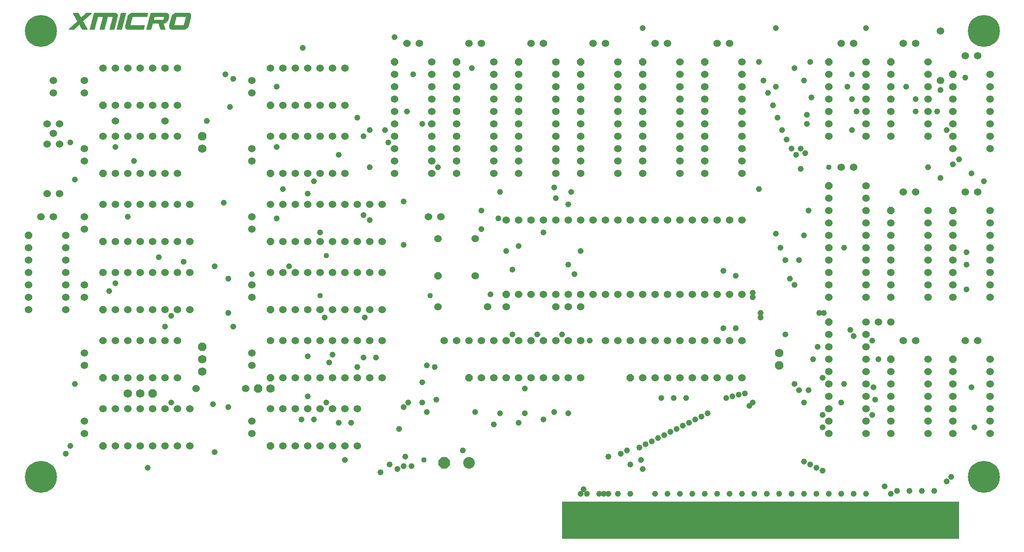
<source format=gts>
G75*
G70*
%OFA0B0*%
%FSLAX24Y24*%
%IPPOS*%
%LPD*%
%AMOC8*
5,1,8,0,0,1.08239X$1,22.5*
%
%ADD10C,0.0060*%
%ADD11OC8,0.0600*%
%ADD12C,0.0600*%
%ADD13R,3.2000X0.3000*%
%ADD14OC8,0.0680*%
%ADD15C,0.0680*%
%ADD16OC8,0.0940*%
%ADD17C,0.0940*%
%ADD18C,0.2580*%
%ADD19C,0.0476*%
%ADD20C,0.0437*%
D10*
X004461Y041254D02*
X005156Y041884D01*
X004788Y042535D01*
X005196Y042535D01*
X005418Y042129D01*
X005859Y042535D01*
X006247Y042535D01*
X005548Y041894D01*
X005920Y041254D01*
X005508Y041254D01*
X005286Y041660D01*
X004849Y041254D01*
X004461Y041254D01*
X004513Y041301D02*
X004899Y041301D01*
X004962Y041359D02*
X004577Y041359D01*
X004642Y041418D02*
X005025Y041418D01*
X005088Y041476D02*
X004706Y041476D01*
X004771Y041535D02*
X005151Y041535D01*
X005214Y041593D02*
X004835Y041593D01*
X004900Y041652D02*
X005277Y041652D01*
X005290Y041652D02*
X005689Y041652D01*
X005655Y041710D02*
X004964Y041710D01*
X005029Y041769D02*
X005621Y041769D01*
X005587Y041827D02*
X005093Y041827D01*
X005155Y041886D02*
X005553Y041886D01*
X005602Y041944D02*
X005122Y041944D01*
X005089Y042003D02*
X005666Y042003D01*
X005730Y042061D02*
X005056Y042061D01*
X005023Y042120D02*
X005794Y042120D01*
X005858Y042178D02*
X005472Y042178D01*
X005391Y042178D02*
X004990Y042178D01*
X004957Y042237D02*
X005359Y042237D01*
X005327Y042295D02*
X004924Y042295D01*
X004890Y042354D02*
X005295Y042354D01*
X005263Y042412D02*
X004857Y042412D01*
X004824Y042471D02*
X005231Y042471D01*
X005199Y042529D02*
X004791Y042529D01*
X005535Y042237D02*
X005922Y042237D01*
X005985Y042295D02*
X005599Y042295D01*
X005662Y042354D02*
X006049Y042354D01*
X006113Y042412D02*
X005726Y042412D01*
X005789Y042471D02*
X006177Y042471D01*
X006241Y042529D02*
X005853Y042529D01*
X006435Y042354D02*
X008350Y042354D01*
X008350Y042370D02*
X008350Y042296D01*
X008339Y042222D01*
X008087Y041254D01*
X007742Y041254D01*
X008007Y042264D01*
X007557Y042264D01*
X007296Y041254D01*
X006946Y041254D01*
X007211Y042264D01*
X006761Y042264D01*
X006500Y041254D01*
X006151Y041254D01*
X006482Y042535D01*
X008168Y042535D01*
X008204Y042534D01*
X008239Y042525D01*
X008272Y042508D01*
X008300Y042485D01*
X008325Y042451D01*
X008342Y042412D01*
X008350Y042370D01*
X008342Y042412D02*
X006450Y042412D01*
X006465Y042471D02*
X008310Y042471D01*
X008221Y042529D02*
X006480Y042529D01*
X006420Y042295D02*
X008350Y042295D01*
X008341Y042237D02*
X008000Y042237D01*
X007985Y042178D02*
X008327Y042178D01*
X008312Y042120D02*
X007969Y042120D01*
X007954Y042061D02*
X008297Y042061D01*
X008282Y042003D02*
X007938Y042003D01*
X007923Y041944D02*
X008267Y041944D01*
X008251Y041886D02*
X007908Y041886D01*
X007892Y041827D02*
X008236Y041827D01*
X008221Y041769D02*
X007877Y041769D01*
X007862Y041710D02*
X008206Y041710D01*
X008191Y041652D02*
X007846Y041652D01*
X007831Y041593D02*
X008176Y041593D01*
X008160Y041535D02*
X007816Y041535D01*
X007800Y041476D02*
X008145Y041476D01*
X008130Y041418D02*
X007785Y041418D01*
X007770Y041359D02*
X008115Y041359D01*
X008100Y041301D02*
X007754Y041301D01*
X007338Y041418D02*
X006989Y041418D01*
X007005Y041476D02*
X007353Y041476D01*
X007368Y041535D02*
X007020Y041535D01*
X007035Y041593D02*
X007384Y041593D01*
X007399Y041652D02*
X007051Y041652D01*
X007066Y041710D02*
X007414Y041710D01*
X007429Y041769D02*
X007081Y041769D01*
X007097Y041827D02*
X007444Y041827D01*
X007459Y041886D02*
X007112Y041886D01*
X007128Y041944D02*
X007474Y041944D01*
X007490Y042003D02*
X007143Y042003D01*
X007158Y042061D02*
X007505Y042061D01*
X007520Y042120D02*
X007174Y042120D01*
X007189Y042178D02*
X007535Y042178D01*
X007550Y042237D02*
X007204Y042237D01*
X006754Y042237D02*
X006405Y042237D01*
X006389Y042178D02*
X006739Y042178D01*
X006724Y042120D02*
X006374Y042120D01*
X006359Y042061D02*
X006709Y042061D01*
X006694Y042003D02*
X006344Y042003D01*
X006329Y041944D02*
X006679Y041944D01*
X006664Y041886D02*
X006314Y041886D01*
X006299Y041827D02*
X006649Y041827D01*
X006633Y041769D02*
X006284Y041769D01*
X006269Y041710D02*
X006618Y041710D01*
X006603Y041652D02*
X006253Y041652D01*
X006238Y041593D02*
X006588Y041593D01*
X006573Y041535D02*
X006223Y041535D01*
X006208Y041476D02*
X006558Y041476D01*
X006543Y041418D02*
X006193Y041418D01*
X006178Y041359D02*
X006527Y041359D01*
X006512Y041301D02*
X006163Y041301D01*
X005893Y041301D02*
X005482Y041301D01*
X005450Y041359D02*
X005859Y041359D01*
X005825Y041418D02*
X005418Y041418D01*
X005386Y041476D02*
X005791Y041476D01*
X005757Y041535D02*
X005354Y041535D01*
X005322Y041593D02*
X005723Y041593D01*
X006959Y041301D02*
X007308Y041301D01*
X007323Y041359D02*
X006974Y041359D01*
X008339Y041254D02*
X008670Y042535D01*
X009015Y042535D01*
X008684Y041254D01*
X008339Y041254D01*
X008351Y041301D02*
X008696Y041301D01*
X008711Y041359D02*
X008366Y041359D01*
X008381Y041418D02*
X008726Y041418D01*
X008742Y041476D02*
X008396Y041476D01*
X008411Y041535D02*
X008757Y041535D01*
X008772Y041593D02*
X008426Y041593D01*
X008441Y041652D02*
X008787Y041652D01*
X008802Y041710D02*
X008456Y041710D01*
X008472Y041769D02*
X008817Y041769D01*
X008832Y041827D02*
X008487Y041827D01*
X008502Y041886D02*
X008847Y041886D01*
X008862Y041944D02*
X008517Y041944D01*
X008532Y042003D02*
X008878Y042003D01*
X008893Y042061D02*
X008547Y042061D01*
X008562Y042120D02*
X008908Y042120D01*
X008923Y042178D02*
X008577Y042178D01*
X008592Y042237D02*
X008938Y042237D01*
X008953Y042295D02*
X008608Y042295D01*
X008623Y042354D02*
X008968Y042354D01*
X008983Y042412D02*
X008638Y042412D01*
X008653Y042471D02*
X008998Y042471D01*
X009014Y042529D02*
X008668Y042529D01*
X009203Y042273D02*
X009235Y042335D01*
X009276Y042393D01*
X009325Y042444D01*
X009369Y042482D01*
X009419Y042511D01*
X009474Y042531D01*
X009502Y042535D01*
X009529Y042535D01*
X010790Y042535D01*
X010724Y042264D01*
X009546Y042264D01*
X009357Y041525D01*
X010528Y041525D01*
X010463Y041254D01*
X009168Y041254D01*
X009139Y041256D01*
X009111Y041265D01*
X009086Y041279D01*
X009063Y041298D01*
X009036Y041335D01*
X009017Y041377D01*
X009007Y041422D01*
X009005Y041474D01*
X009011Y041525D01*
X009023Y041586D01*
X009180Y042206D01*
X009203Y042273D01*
X009215Y042295D02*
X010731Y042295D01*
X010746Y042354D02*
X009248Y042354D01*
X009295Y042412D02*
X010760Y042412D01*
X010774Y042471D02*
X009356Y042471D01*
X009468Y042529D02*
X010788Y042529D01*
X011028Y042471D02*
X011110Y042471D01*
X012438Y042471D01*
X012428Y042482D02*
X012453Y042454D01*
X012474Y042423D01*
X012488Y042389D01*
X012496Y042353D01*
X012495Y042288D01*
X012484Y042224D01*
X012441Y042063D01*
X012429Y042024D01*
X012410Y041988D01*
X012354Y041905D01*
X012286Y041831D01*
X012228Y041786D01*
X012163Y041753D01*
X012095Y041737D01*
X012026Y041729D01*
X012198Y041254D01*
X011852Y041254D01*
X011680Y041733D01*
X011180Y041733D01*
X011055Y041254D01*
X010710Y041254D01*
X011045Y042535D01*
X012288Y042535D01*
X012326Y042532D01*
X012363Y042522D01*
X012397Y042505D01*
X012428Y042482D01*
X012478Y042412D02*
X011170Y042412D01*
X011012Y042412D01*
X010997Y042354D02*
X011229Y042354D01*
X012496Y042354D01*
X012496Y042295D02*
X011288Y042295D01*
X010982Y042295D01*
X010967Y042237D02*
X011314Y042237D01*
X011320Y042264D02*
X011045Y042535D01*
X011320Y042264D01*
X012150Y042264D01*
X012082Y041985D01*
X011252Y041985D01*
X011320Y042264D01*
X011299Y042178D02*
X010951Y042178D01*
X010936Y042120D02*
X011285Y042120D01*
X011271Y042061D02*
X010921Y042061D01*
X010905Y042003D02*
X011256Y042003D01*
X011174Y041710D02*
X010829Y041710D01*
X010814Y041652D02*
X011159Y041652D01*
X011144Y041593D02*
X010798Y041593D01*
X010783Y041535D02*
X011128Y041535D01*
X011113Y041476D02*
X010768Y041476D01*
X010753Y041418D02*
X011098Y041418D01*
X011083Y041359D02*
X010737Y041359D01*
X010722Y041301D02*
X011068Y041301D01*
X010844Y041769D02*
X012194Y041769D01*
X012281Y041827D02*
X010860Y041827D01*
X010875Y041886D02*
X012337Y041886D01*
X012381Y041944D02*
X010890Y041944D01*
X010516Y041476D02*
X009005Y041476D01*
X009008Y041418D02*
X010502Y041418D01*
X010488Y041359D02*
X009025Y041359D01*
X009062Y041301D02*
X010474Y041301D01*
X011689Y041710D02*
X012033Y041710D01*
X012054Y041652D02*
X011709Y041652D01*
X011730Y041593D02*
X012075Y041593D01*
X012096Y041535D02*
X011751Y041535D01*
X011772Y041476D02*
X012117Y041476D01*
X012138Y041418D02*
X011793Y041418D01*
X011814Y041359D02*
X012159Y041359D01*
X012180Y041301D02*
X011835Y041301D01*
X012562Y041400D02*
X012576Y041358D01*
X012586Y041332D01*
X012603Y041309D01*
X012623Y041289D01*
X012647Y041273D01*
X012673Y041261D01*
X012701Y041256D01*
X012729Y041254D01*
X013743Y041254D01*
X013784Y041255D01*
X013824Y041263D01*
X013863Y041280D01*
X013898Y041302D01*
X013947Y041341D01*
X013990Y041386D01*
X014033Y041442D01*
X014067Y041504D01*
X014091Y041571D01*
X014263Y042230D01*
X014271Y042284D01*
X014271Y042339D01*
X014266Y042384D01*
X014253Y042428D01*
X014235Y042462D01*
X014210Y042492D01*
X014178Y042514D01*
X014142Y042529D01*
X014104Y042535D01*
X013115Y042535D01*
X013095Y042264D01*
X013115Y042535D01*
X013072Y042535D01*
X013018Y042527D01*
X012966Y042509D01*
X012919Y042481D01*
X012857Y042423D01*
X012806Y042356D01*
X012765Y042284D01*
X012735Y042206D01*
X012568Y041577D01*
X012560Y041538D01*
X012556Y041444D01*
X012562Y041400D01*
X012560Y041418D02*
X014014Y041418D01*
X014051Y041476D02*
X012557Y041476D01*
X012560Y041535D02*
X012902Y041535D01*
X012900Y041525D02*
X013732Y041525D01*
X013927Y042264D01*
X013095Y042264D01*
X012900Y041525D01*
X012918Y041593D02*
X012572Y041593D01*
X012588Y041652D02*
X012933Y041652D01*
X012949Y041710D02*
X012603Y041710D01*
X012619Y041769D02*
X012964Y041769D01*
X012979Y041827D02*
X012635Y041827D01*
X012650Y041886D02*
X012995Y041886D01*
X013010Y041944D02*
X012666Y041944D01*
X012681Y042003D02*
X013026Y042003D01*
X013041Y042061D02*
X012697Y042061D01*
X012712Y042120D02*
X013057Y042120D01*
X013072Y042178D02*
X012728Y042178D01*
X012747Y042237D02*
X013088Y042237D01*
X013097Y042295D02*
X014271Y042295D01*
X014269Y042354D02*
X013102Y042354D01*
X012804Y042354D01*
X012771Y042295D02*
X013097Y042295D01*
X013106Y042412D02*
X014258Y042412D01*
X014228Y042471D02*
X013110Y042471D01*
X012908Y042471D01*
X012849Y042412D02*
X013106Y042412D01*
X013115Y042529D02*
X014141Y042529D01*
X014264Y042237D02*
X013920Y042237D01*
X013905Y042178D02*
X014249Y042178D01*
X014234Y042120D02*
X013889Y042120D01*
X013874Y042061D02*
X014219Y042061D01*
X014204Y042003D02*
X013858Y042003D01*
X013843Y041944D02*
X014188Y041944D01*
X014173Y041886D02*
X013827Y041886D01*
X013812Y041827D02*
X014158Y041827D01*
X014143Y041769D02*
X013796Y041769D01*
X013781Y041710D02*
X014128Y041710D01*
X014112Y041652D02*
X013765Y041652D01*
X013750Y041593D02*
X014097Y041593D01*
X014078Y041535D02*
X013734Y041535D01*
X013896Y041301D02*
X012611Y041301D01*
X012575Y041359D02*
X013964Y041359D01*
X012418Y042003D02*
X012086Y042003D01*
X012101Y042061D02*
X012441Y042061D01*
X012457Y042120D02*
X012115Y042120D01*
X012129Y042178D02*
X012472Y042178D01*
X012487Y042237D02*
X012144Y042237D01*
X012338Y042529D02*
X011051Y042529D01*
X011043Y042529D01*
X009539Y042237D02*
X009191Y042237D01*
X009173Y042178D02*
X009524Y042178D01*
X009509Y042120D02*
X009158Y042120D01*
X009144Y042061D02*
X009494Y042061D01*
X009479Y042003D02*
X009129Y042003D01*
X009114Y041944D02*
X009464Y041944D01*
X009449Y041886D02*
X009099Y041886D01*
X009084Y041827D02*
X009434Y041827D01*
X009419Y041769D02*
X009069Y041769D01*
X009054Y041710D02*
X009404Y041710D01*
X009389Y041652D02*
X009039Y041652D01*
X009024Y041593D02*
X009374Y041593D01*
X009359Y041535D02*
X009013Y041535D01*
X013033Y042529D02*
X013115Y042529D01*
D11*
X007180Y035100D03*
X007180Y029600D03*
X001180Y024600D03*
X007180Y024100D03*
X007180Y018600D03*
X007180Y013100D03*
X007180Y007600D03*
X020680Y007600D03*
X020680Y013100D03*
X020680Y018600D03*
X020680Y024100D03*
X020680Y029600D03*
X020680Y035100D03*
X030680Y038600D03*
X035680Y038600D03*
X040680Y038600D03*
X045680Y038600D03*
X050680Y038600D03*
X055680Y038600D03*
X065680Y038600D03*
X070680Y038600D03*
X075680Y037600D03*
X065680Y028600D03*
X070680Y026600D03*
X075680Y026600D03*
X065680Y017600D03*
X070680Y014600D03*
X075680Y014600D03*
X049680Y013100D03*
X039680Y019850D03*
X034180Y021350D03*
X036680Y013100D03*
D12*
X037680Y013100D03*
X038680Y013100D03*
X039680Y013100D03*
X040680Y013100D03*
X041680Y013100D03*
X042680Y013100D03*
X043680Y013100D03*
X044680Y013100D03*
X045680Y013100D03*
X045680Y016100D03*
X044680Y016100D03*
X043680Y016100D03*
X042680Y016100D03*
X041680Y016100D03*
X040680Y016100D03*
X039680Y016100D03*
X038680Y016100D03*
X037680Y016100D03*
X036680Y016100D03*
X035680Y016100D03*
X034680Y016100D03*
X034180Y018850D03*
X038180Y018850D03*
X039680Y018850D03*
X040680Y019850D03*
X041680Y019850D03*
X042680Y019850D03*
X043680Y019850D03*
X044680Y019850D03*
X045680Y019850D03*
X045680Y018850D03*
X044680Y018850D03*
X043680Y018850D03*
X046680Y019850D03*
X047680Y019850D03*
X048680Y019850D03*
X049680Y019850D03*
X050680Y019850D03*
X051680Y019850D03*
X052680Y019850D03*
X053680Y019850D03*
X054680Y019850D03*
X055680Y019850D03*
X056680Y019850D03*
X057680Y019850D03*
X058680Y019850D03*
X058680Y016100D03*
X057680Y016100D03*
X056680Y016100D03*
X055680Y016100D03*
X054680Y016100D03*
X053680Y016100D03*
X052680Y016100D03*
X051680Y016100D03*
X050680Y016100D03*
X049680Y016100D03*
X048680Y016100D03*
X047680Y016100D03*
X050680Y013100D03*
X051680Y013100D03*
X052680Y013100D03*
X053680Y013100D03*
X054680Y013100D03*
X055680Y013100D03*
X056680Y013100D03*
X057680Y013100D03*
X058680Y013100D03*
X065680Y012600D03*
X065680Y013600D03*
X065680Y014600D03*
X065680Y015600D03*
X065680Y016600D03*
X068680Y016600D03*
X068680Y015600D03*
X068680Y014600D03*
X068680Y013600D03*
X068680Y012600D03*
X070680Y012600D03*
X070680Y013600D03*
X073680Y013600D03*
X073680Y012600D03*
X073680Y011600D03*
X073680Y010600D03*
X073680Y009600D03*
X073680Y008600D03*
X075680Y008600D03*
X075680Y009600D03*
X075680Y010600D03*
X075680Y011600D03*
X075680Y012600D03*
X075680Y013600D03*
X073680Y014600D03*
X072680Y016100D03*
X071680Y016100D03*
X070680Y017600D03*
X069680Y017600D03*
X068680Y017600D03*
X068680Y019600D03*
X068680Y020600D03*
X068680Y021600D03*
X070680Y021600D03*
X070680Y020600D03*
X070680Y019600D03*
X073680Y019600D03*
X073680Y020600D03*
X073680Y021600D03*
X073680Y022600D03*
X073680Y023600D03*
X073680Y024600D03*
X073680Y025600D03*
X073680Y026600D03*
X072680Y028100D03*
X071680Y028100D03*
X068680Y027600D03*
X068680Y026600D03*
X068680Y025600D03*
X070680Y025600D03*
X070680Y024600D03*
X070680Y023600D03*
X070680Y022600D03*
X068680Y022600D03*
X068680Y023600D03*
X068680Y024600D03*
X065680Y024600D03*
X065680Y023600D03*
X065680Y022600D03*
X065680Y021600D03*
X065680Y020600D03*
X065680Y019600D03*
X075680Y019600D03*
X075680Y020600D03*
X075680Y021600D03*
X075680Y022600D03*
X075680Y023600D03*
X075680Y024600D03*
X075680Y025600D03*
X078680Y025600D03*
X078680Y026600D03*
X077680Y028100D03*
X076680Y028100D03*
X078680Y024600D03*
X078680Y023600D03*
X078680Y022600D03*
X078680Y021600D03*
X078680Y020600D03*
X078680Y019600D03*
X077680Y016100D03*
X076680Y016100D03*
X078680Y014600D03*
X078680Y013600D03*
X078680Y012600D03*
X078680Y011600D03*
X078680Y010600D03*
X078680Y009600D03*
X078680Y008600D03*
X070680Y008600D03*
X068680Y008600D03*
X068680Y009600D03*
X068680Y010600D03*
X068680Y011600D03*
X070680Y011600D03*
X070680Y010600D03*
X070680Y009600D03*
X065680Y009600D03*
X065680Y010600D03*
X065680Y011600D03*
X065680Y008600D03*
X037180Y021350D03*
X037180Y024350D03*
X039680Y025850D03*
X040680Y025850D03*
X041680Y025850D03*
X042680Y025850D03*
X043680Y025850D03*
X044680Y025850D03*
X045680Y025850D03*
X046680Y025850D03*
X047680Y025850D03*
X048680Y025850D03*
X049680Y025850D03*
X050680Y025850D03*
X051680Y025850D03*
X052680Y025850D03*
X053680Y025850D03*
X054680Y025850D03*
X055680Y025850D03*
X056680Y025850D03*
X057680Y025850D03*
X058680Y025850D03*
X065680Y025600D03*
X065680Y026600D03*
X065680Y027600D03*
X068680Y028600D03*
X067680Y030100D03*
X066680Y030100D03*
X065680Y032600D03*
X065680Y033600D03*
X065680Y034600D03*
X065680Y035600D03*
X065680Y036600D03*
X065680Y037600D03*
X068680Y037600D03*
X068680Y036600D03*
X068680Y035600D03*
X070680Y035600D03*
X070680Y036600D03*
X070680Y037600D03*
X068680Y038600D03*
X067680Y040100D03*
X066680Y040100D03*
X071680Y040100D03*
X072680Y040100D03*
X074680Y041100D03*
X076680Y039100D03*
X077680Y039100D03*
X078680Y037600D03*
X078680Y036600D03*
X078680Y035600D03*
X078680Y034600D03*
X078680Y033600D03*
X078680Y032600D03*
X078680Y031600D03*
X075680Y031600D03*
X075680Y032600D03*
X075680Y033600D03*
X075680Y034600D03*
X075680Y035600D03*
X075680Y036600D03*
X074680Y037100D03*
X073680Y036600D03*
X073680Y035600D03*
X073680Y034600D03*
X073680Y033600D03*
X073680Y032600D03*
X070680Y032600D03*
X070680Y033600D03*
X070680Y034600D03*
X068680Y034600D03*
X068680Y033600D03*
X068680Y032600D03*
X073680Y037600D03*
X073680Y038600D03*
X058680Y038600D03*
X058680Y037600D03*
X058680Y036600D03*
X058680Y035600D03*
X058680Y034600D03*
X058680Y033600D03*
X058680Y032600D03*
X058680Y031600D03*
X058680Y030600D03*
X058680Y029600D03*
X055680Y029600D03*
X055680Y030600D03*
X055680Y031600D03*
X055680Y032600D03*
X055680Y033600D03*
X055680Y034600D03*
X055680Y035600D03*
X055680Y036600D03*
X055680Y037600D03*
X053680Y037600D03*
X053680Y036600D03*
X053680Y035600D03*
X053680Y034600D03*
X053680Y033600D03*
X053680Y032600D03*
X053680Y031600D03*
X053680Y030600D03*
X053680Y029600D03*
X050680Y029600D03*
X050680Y030600D03*
X050680Y031600D03*
X050680Y032600D03*
X050680Y033600D03*
X050680Y034600D03*
X050680Y035600D03*
X050680Y036600D03*
X050680Y037600D03*
X048680Y037600D03*
X048680Y036600D03*
X048680Y035600D03*
X048680Y034600D03*
X048680Y033600D03*
X048680Y032600D03*
X048680Y031600D03*
X048680Y030600D03*
X048680Y029600D03*
X045680Y029600D03*
X045680Y030600D03*
X043680Y030600D03*
X043680Y029600D03*
X040680Y029600D03*
X040680Y030600D03*
X038680Y030600D03*
X038680Y029600D03*
X035680Y029600D03*
X035680Y030600D03*
X035680Y031600D03*
X035680Y032600D03*
X035680Y033600D03*
X035680Y034600D03*
X035680Y035600D03*
X035680Y036600D03*
X035680Y037600D03*
X033680Y037600D03*
X033680Y036600D03*
X033680Y035600D03*
X033680Y034600D03*
X033680Y033600D03*
X033680Y032600D03*
X033680Y031600D03*
X033680Y030600D03*
X033680Y029600D03*
X030680Y029600D03*
X030680Y030600D03*
X030680Y031600D03*
X030680Y032600D03*
X030680Y033600D03*
X030680Y034600D03*
X030680Y035600D03*
X030680Y036600D03*
X030680Y037600D03*
X033680Y038600D03*
X032680Y040100D03*
X031680Y040100D03*
X036680Y040100D03*
X037680Y040100D03*
X038680Y038600D03*
X038680Y037600D03*
X038680Y036600D03*
X038680Y035600D03*
X040680Y035600D03*
X040680Y036600D03*
X040680Y037600D03*
X043680Y037600D03*
X043680Y036600D03*
X043680Y035600D03*
X045680Y035600D03*
X045680Y036600D03*
X045680Y037600D03*
X043680Y038600D03*
X042680Y040100D03*
X041680Y040100D03*
X046680Y040100D03*
X047680Y040100D03*
X048680Y038600D03*
X051680Y040100D03*
X052680Y040100D03*
X053680Y038600D03*
X056680Y040100D03*
X057680Y040100D03*
X045680Y034600D03*
X045680Y033600D03*
X045680Y032600D03*
X045680Y031600D03*
X043680Y031600D03*
X043680Y032600D03*
X043680Y033600D03*
X043680Y034600D03*
X040680Y034600D03*
X040680Y033600D03*
X040680Y032600D03*
X040680Y031600D03*
X038680Y031600D03*
X038680Y032600D03*
X038680Y033600D03*
X038680Y034600D03*
X026680Y035100D03*
X025680Y035100D03*
X024680Y035100D03*
X023680Y035100D03*
X022680Y035100D03*
X021680Y035100D03*
X019180Y036100D03*
X019180Y037100D03*
X020680Y038100D03*
X021680Y038100D03*
X022680Y038100D03*
X023680Y038100D03*
X024680Y038100D03*
X025680Y038100D03*
X026680Y038100D03*
X026680Y032600D03*
X025680Y032600D03*
X024680Y032600D03*
X023680Y032600D03*
X022680Y032600D03*
X021680Y032600D03*
X020680Y032600D03*
X019180Y031600D03*
X019180Y030600D03*
X021680Y029600D03*
X022680Y029600D03*
X023680Y029600D03*
X024680Y029600D03*
X025680Y029600D03*
X026680Y029600D03*
X026680Y027100D03*
X027680Y027100D03*
X028680Y027100D03*
X029680Y027100D03*
X033430Y026100D03*
X034430Y026100D03*
X034180Y024350D03*
X029680Y024100D03*
X028680Y024100D03*
X027680Y024100D03*
X026680Y024100D03*
X025680Y024100D03*
X024680Y024100D03*
X023680Y024100D03*
X022680Y024100D03*
X021680Y024100D03*
X019180Y025100D03*
X019180Y026100D03*
X020680Y027100D03*
X021680Y027100D03*
X022680Y027100D03*
X023680Y027100D03*
X024680Y027100D03*
X025680Y027100D03*
X025680Y021600D03*
X024680Y021600D03*
X023680Y021600D03*
X022680Y021600D03*
X021680Y021600D03*
X020680Y021600D03*
X019180Y020600D03*
X019180Y019600D03*
X021680Y018600D03*
X022680Y018600D03*
X023680Y018600D03*
X024680Y018600D03*
X025680Y018600D03*
X026680Y018600D03*
X027680Y018600D03*
X028680Y018600D03*
X029680Y018600D03*
X029680Y016100D03*
X028680Y016100D03*
X027680Y016100D03*
X026680Y016100D03*
X025680Y016100D03*
X024680Y016100D03*
X023680Y016100D03*
X022680Y016100D03*
X021680Y016100D03*
X020680Y016100D03*
X019180Y015100D03*
X019180Y014100D03*
X021680Y013100D03*
X022680Y013100D03*
X023680Y013100D03*
X024680Y013100D03*
X025680Y013100D03*
X026680Y013100D03*
X027680Y013100D03*
X028680Y013100D03*
X029680Y013100D03*
X027680Y010600D03*
X026680Y010600D03*
X025680Y010600D03*
X024680Y010600D03*
X023680Y010600D03*
X022680Y010600D03*
X021680Y010600D03*
X020680Y010600D03*
X019180Y009600D03*
X019180Y008600D03*
X021680Y007600D03*
X022680Y007600D03*
X023680Y007600D03*
X024680Y007600D03*
X025680Y007600D03*
X026680Y007600D03*
X027680Y007600D03*
X018680Y012225D03*
X014680Y012225D03*
X013180Y013100D03*
X012180Y013100D03*
X011180Y013100D03*
X010180Y013100D03*
X009180Y013100D03*
X008180Y013100D03*
X005680Y014100D03*
X005680Y015100D03*
X007180Y016100D03*
X008180Y016100D03*
X009180Y016100D03*
X010180Y016100D03*
X011180Y016100D03*
X012180Y016100D03*
X013180Y016100D03*
X013180Y018600D03*
X012180Y018600D03*
X011180Y018600D03*
X010180Y018600D03*
X009180Y018600D03*
X008180Y018600D03*
X005680Y019600D03*
X005680Y020600D03*
X004180Y020600D03*
X004180Y019600D03*
X004180Y018600D03*
X001180Y018600D03*
X001180Y019600D03*
X001180Y020600D03*
X001180Y021600D03*
X001180Y022600D03*
X001180Y023600D03*
X004180Y023600D03*
X004180Y022600D03*
X004180Y021600D03*
X007180Y021600D03*
X008180Y021600D03*
X009180Y021600D03*
X010180Y021600D03*
X011180Y021600D03*
X012180Y021600D03*
X013180Y021600D03*
X014180Y021600D03*
X014180Y024100D03*
X013180Y024100D03*
X012180Y024100D03*
X011180Y024100D03*
X010180Y024100D03*
X009180Y024100D03*
X008180Y024100D03*
X005680Y025100D03*
X004180Y024600D03*
X003180Y026100D03*
X002180Y026100D03*
X002680Y027975D03*
X003680Y027975D03*
X005680Y026100D03*
X007180Y027100D03*
X008180Y027100D03*
X009180Y027100D03*
X010180Y027100D03*
X011180Y027100D03*
X012180Y027100D03*
X013180Y027100D03*
X014180Y027100D03*
X013180Y029600D03*
X012180Y029600D03*
X011180Y029600D03*
X010180Y029600D03*
X009180Y029600D03*
X008180Y029600D03*
X005680Y030600D03*
X005680Y031600D03*
X007180Y032600D03*
X008180Y032600D03*
X009180Y032600D03*
X010180Y032600D03*
X011180Y032600D03*
X012180Y032600D03*
X013180Y032600D03*
X012180Y033850D03*
X012180Y035100D03*
X013180Y035100D03*
X011180Y035100D03*
X010180Y035100D03*
X009180Y035100D03*
X008180Y035100D03*
X008180Y033850D03*
X005680Y036100D03*
X005680Y037100D03*
X007180Y038100D03*
X008180Y038100D03*
X009180Y038100D03*
X010180Y038100D03*
X011180Y038100D03*
X012180Y038100D03*
X013180Y038100D03*
X003680Y033600D03*
X002680Y033600D03*
X003180Y032850D03*
X002680Y031975D03*
X003680Y031975D03*
X003180Y036100D03*
X003180Y037100D03*
X026680Y021600D03*
X027680Y021600D03*
X028680Y021600D03*
X029680Y021600D03*
X014180Y018600D03*
X014180Y010600D03*
X013180Y010600D03*
X012180Y010600D03*
X011180Y010600D03*
X010180Y010600D03*
X009180Y010600D03*
X008180Y010600D03*
X007180Y010600D03*
X005680Y009600D03*
X005680Y008600D03*
X008180Y007600D03*
X009180Y007600D03*
X010180Y007600D03*
X011180Y007600D03*
X012180Y007600D03*
X013180Y007600D03*
X014180Y007600D03*
D13*
X060180Y001600D03*
D14*
X061680Y014100D03*
X019680Y012225D03*
X015180Y015600D03*
X011180Y011850D03*
X015180Y032600D03*
D15*
X015180Y031600D03*
X015180Y014600D03*
X015180Y013600D03*
X010180Y011850D03*
X009180Y011850D03*
X020680Y012225D03*
X061680Y015100D03*
D16*
X034680Y006225D03*
D17*
X036680Y006225D03*
D18*
X002180Y005100D03*
X002180Y041100D03*
X078180Y041100D03*
X078180Y005100D03*
D19*
X075555Y005100D03*
X075180Y004725D03*
X074180Y003975D03*
X073180Y003975D03*
X072180Y003975D03*
X071180Y003975D03*
X070680Y003725D03*
X070180Y004350D03*
X068680Y003725D03*
X067680Y003725D03*
X066680Y003725D03*
X065680Y003725D03*
X064680Y003725D03*
X063680Y003725D03*
X062680Y003725D03*
X061680Y003725D03*
X060680Y003725D03*
X059680Y003725D03*
X058680Y003725D03*
X057680Y003725D03*
X056680Y003725D03*
X055680Y003725D03*
X054680Y003725D03*
X053680Y003725D03*
X052680Y003725D03*
X051680Y003725D03*
X049680Y003725D03*
X048680Y003725D03*
X047930Y003725D03*
X047555Y003725D03*
X047180Y003725D03*
X046180Y003725D03*
X045930Y004100D03*
X045680Y003725D03*
X049680Y006100D03*
X050555Y006475D03*
X050680Y005725D03*
X049430Y007225D03*
X048930Y006975D03*
X047930Y006725D03*
X050430Y007475D03*
X050930Y007725D03*
X051430Y007975D03*
X051930Y008225D03*
X052430Y008475D03*
X052930Y008725D03*
X053430Y008975D03*
X053930Y009225D03*
X054430Y009475D03*
X054930Y009725D03*
X055430Y009975D03*
X055930Y010225D03*
X057430Y011475D03*
X057930Y011600D03*
X058430Y011725D03*
X058930Y011850D03*
X059555Y011100D03*
X059305Y010850D03*
X062930Y012600D03*
X063305Y012100D03*
X064055Y012100D03*
X063680Y011100D03*
X065180Y010100D03*
X065180Y009100D03*
X066680Y011100D03*
X066930Y012600D03*
X065180Y013100D03*
X064430Y014600D03*
X064805Y015600D03*
X062180Y016600D03*
X060180Y017975D03*
X060180Y018350D03*
X059555Y019600D03*
X059555Y019975D03*
X058180Y021350D03*
X057180Y021725D03*
X061805Y023600D03*
X062180Y022600D03*
X063305Y022600D03*
X062555Y021100D03*
X062930Y020600D03*
X064930Y018350D03*
X065305Y018350D03*
X067430Y016975D03*
X067680Y016475D03*
X069180Y016100D03*
X069680Y014600D03*
X069305Y012350D03*
X069430Y011350D03*
X069180Y010100D03*
X064180Y006100D03*
X063680Y006350D03*
X064680Y005850D03*
X065180Y005600D03*
X054180Y011475D03*
X053180Y011475D03*
X052180Y011475D03*
X044680Y010225D03*
X043555Y010350D03*
X042680Y009725D03*
X041180Y010225D03*
X040680Y009475D03*
X039180Y010225D03*
X038680Y009350D03*
X037180Y010350D03*
X034055Y011350D03*
X032930Y011100D03*
X031805Y011100D03*
X031430Y010725D03*
X033305Y010350D03*
X031055Y008975D03*
X031555Y006725D03*
X031430Y005975D03*
X030930Y005725D03*
X030305Y006100D03*
X029555Y005475D03*
X032055Y005975D03*
X036180Y007225D03*
X041180Y012225D03*
X046430Y016100D03*
X044180Y016600D03*
X042180Y016600D03*
X040180Y016600D03*
X038430Y019850D03*
X040180Y021850D03*
X039680Y023350D03*
X040680Y023725D03*
X042680Y024850D03*
X045680Y023350D03*
X044680Y022225D03*
X045180Y021475D03*
X037680Y025100D03*
X039055Y025975D03*
X037680Y026600D03*
X039180Y028100D03*
X043555Y028475D03*
X044930Y028100D03*
X043680Y027600D03*
X044680Y027100D03*
X034180Y030100D03*
X030180Y032100D03*
X029930Y033100D03*
X028680Y033100D03*
X028180Y032600D03*
X027680Y034100D03*
X031680Y034600D03*
X032930Y033600D03*
X028680Y030100D03*
X026180Y031100D03*
X024180Y028975D03*
X023680Y027975D03*
X021680Y028350D03*
X021180Y025975D03*
X024680Y024850D03*
X028180Y026225D03*
X028680Y025850D03*
X031430Y027350D03*
X031430Y023850D03*
X022180Y022100D03*
X019180Y021475D03*
X017305Y021100D03*
X016180Y022100D03*
X013680Y022475D03*
X011680Y022850D03*
X008180Y020725D03*
X007680Y020100D03*
X012680Y018100D03*
X012180Y017225D03*
X017305Y018350D03*
X017680Y017225D03*
X023680Y014850D03*
X025430Y014350D03*
X025680Y014975D03*
X027680Y013975D03*
X028180Y014725D03*
X029180Y014725D03*
X033305Y014100D03*
X033930Y013975D03*
X032930Y012725D03*
X027180Y009475D03*
X026180Y009475D03*
X024180Y009725D03*
X023180Y009725D03*
X025180Y011100D03*
X023680Y011600D03*
X017305Y010725D03*
X016055Y010975D03*
X012680Y011100D03*
X016180Y007100D03*
X010805Y005850D03*
X004555Y007600D03*
X004180Y006975D03*
X004930Y012600D03*
X025055Y017975D03*
X028305Y017975D03*
X016930Y027225D03*
X009680Y030600D03*
X008180Y031725D03*
X004555Y032100D03*
X004930Y029100D03*
X009180Y026100D03*
X021180Y031725D03*
X017430Y034975D03*
X015555Y033850D03*
X021180Y036600D03*
X017680Y037225D03*
X017055Y037600D03*
X023305Y039725D03*
X030680Y040600D03*
X032180Y037600D03*
X036930Y038100D03*
X050680Y041350D03*
X060055Y038600D03*
X060430Y037100D03*
X061430Y036600D03*
X060805Y036100D03*
X061180Y035100D03*
X061555Y034100D03*
X061930Y033100D03*
X062305Y032350D03*
X062680Y031600D03*
X063430Y031600D03*
X063805Y031225D03*
X063055Y031100D03*
X063430Y029975D03*
X060055Y028350D03*
X064055Y026600D03*
X061430Y024725D03*
X063680Y024600D03*
X066930Y023600D03*
X076805Y023225D03*
X076805Y022225D03*
X076805Y020225D03*
X077180Y012350D03*
X077430Y009100D03*
X058180Y017100D03*
X057180Y017100D03*
X078180Y028975D03*
X077180Y029600D03*
X076180Y030725D03*
X075680Y030350D03*
X074680Y029225D03*
X073680Y030100D03*
X075180Y033100D03*
X074430Y034600D03*
X072680Y034600D03*
X072680Y035600D03*
X071930Y036600D03*
X074680Y036350D03*
X076680Y037350D03*
X068680Y041350D03*
X064180Y038600D03*
X062930Y038100D03*
X063680Y037100D03*
X064305Y035725D03*
X063930Y034350D03*
X063930Y033600D03*
X067555Y033100D03*
X067930Y034600D03*
X067555Y035600D03*
X067180Y036600D03*
X067555Y037600D03*
X061430Y041350D03*
X026680Y006475D03*
D20*
X033055Y006475D03*
X033555Y019725D03*
X025180Y022975D03*
X024680Y019725D03*
X065680Y030100D03*
M02*

</source>
